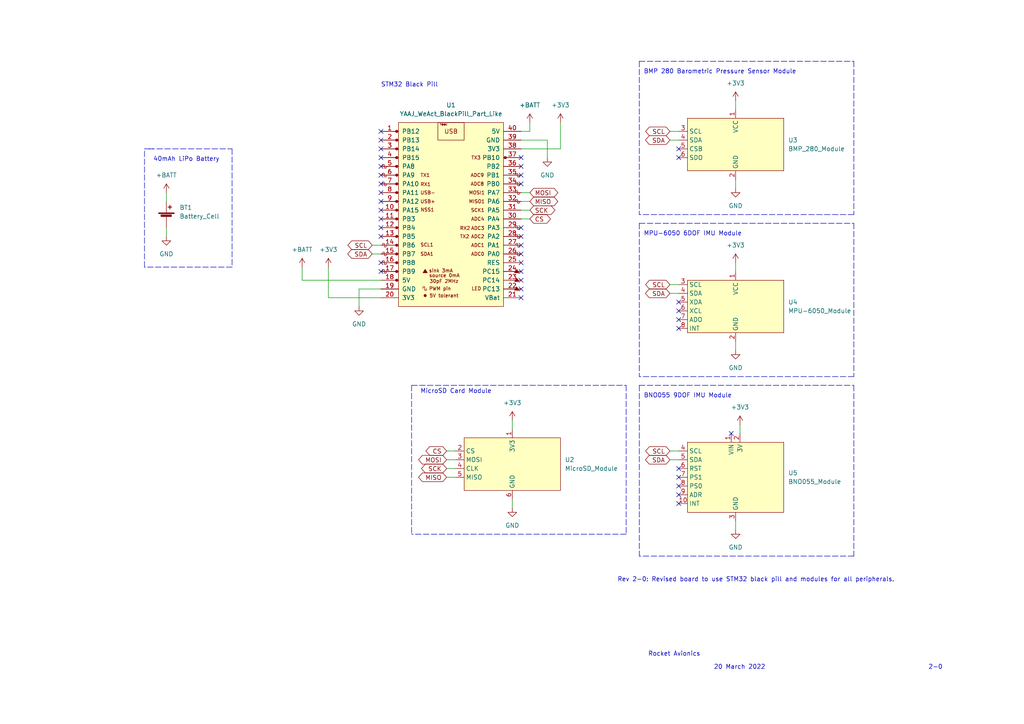
<source format=kicad_sch>
(kicad_sch (version 20211123) (generator eeschema)
  (paper "A4")
  (lib_symbols
    (symbol "Device:Battery_Cell" (pin_numbers hide) (pin_names (offset 0) hide)
      (property "Reference" "BT" (at 2.54 2.54 0))
      (property "Value" "Battery_Cell" (at 2.54 0 0))
      (symbol "Battery_Cell_0_1"
        (rectangle (start -2.286 1.778) (end 2.286 1.524) (fill (type outline)))
        (rectangle (start -1.5748 1.1938) (end 1.4732 0.6858) (fill (type outline)))
        (polyline (pts (xy 0 0.762) (xy 0 0)))
        (polyline (pts (xy 0 1.778) (xy 0 2.54)))
        (polyline (pts (xy 0.508 3.429) (xy 1.524 3.429)) (stroke (width 0.254)))
        (polyline (pts (xy 1.016 3.937) (xy 1.016 2.921)) (stroke (width 0.254)))
      )
      (symbol "Battery_Cell_1_1"
        (pin passive line (at 0 5.08 270) (length 2.54) (name "+") (number "1"))
        (pin passive line (at 0 -2.54 90) (length 2.54) (name "-") (number "2"))
      )
    )
    (symbol "STM32_Black_Pill:YAAJ_WeAct_BlackPill_Part_Like" (pin_names (offset 1.016))
      (property "Reference" "U" (at -12.7 27.94 0))
      (property "Value" "YAAJ_WeAct_BlackPill_Part_Like" (at 0 2.54 90))
      (symbol "YAAJ_WeAct_BlackPill_Part_Like_0_0"
        (circle (center -15.748 -20.32) (radius 0.3556) (fill (type outline)))
        (circle (center -15.748 -17.78) (radius 0.3556) (fill (type outline)))
        (circle (center -15.748 -15.24) (radius 0.3556) (fill (type outline)))
        (circle (center -15.748 -12.7) (radius 0.3556) (fill (type outline)))
        (circle (center -15.748 -10.16) (radius 0.3556) (fill (type outline)))
        (circle (center -15.748 -7.62) (radius 0.3556) (fill (type outline)))
        (circle (center -15.748 -5.08) (radius 0.3556) (fill (type outline)))
        (circle (center -15.748 -2.54) (radius 0.3556) (fill (type outline)))
        (circle (center -15.748 0) (radius 0.3556) (fill (type outline)))
        (circle (center -15.748 2.54) (radius 0.3556) (fill (type outline)))
        (circle (center -15.748 5.08) (radius 0.3556) (fill (type outline)))
        (circle (center -15.748 7.62) (radius 0.3556) (fill (type outline)))
        (circle (center -15.748 10.16) (radius 0.3556) (fill (type outline)))
        (circle (center -15.748 12.7) (radius 0.3556) (fill (type outline)))
        (circle (center -15.748 15.24) (radius 0.3556) (fill (type outline)))
        (circle (center -15.748 17.78) (radius 0.3556) (fill (type outline)))
        (circle (center -15.748 22.86) (radius 0.3556) (fill (type outline)))
        (circle (center -7.493 -24.765) (radius 0.127) (fill (type outline)))
        (circle (center -7.493 -24.765) (radius 0.254))
        (circle (center -7.493 -24.765) (radius 0.3556))
        (polyline (pts (xy -8.128 -18.161) (xy -7.493 -17.145) (xy -6.858 -18.161) (xy -8.128 -18.161) (xy -7.493 -17.272) (xy -6.985 -18.161) (xy -8.001 -18.034) (xy -7.493 -17.399) (xy -7.112 -18.161) (xy -7.874 -17.907) (xy -7.366 -17.526) (xy -7.239 -18.161) (xy -7.747 -17.78) (xy -7.239 -17.653) (xy -7.366 -18.034) (xy -7.62 -17.78) (xy -7.366 -17.907) (xy -7.493 -17.653)))
        (polyline (pts (xy 18.415 -23.241) (xy 19.05 -22.225) (xy 19.685 -23.241) (xy 18.415 -23.241) (xy 19.05 -22.352) (xy 19.558 -23.241) (xy 18.542 -23.114) (xy 19.05 -22.479) (xy 19.431 -23.241) (xy 18.669 -22.987) (xy 19.177 -22.606) (xy 19.304 -23.241) (xy 18.796 -22.86) (xy 19.304 -22.733) (xy 19.177 -23.114) (xy 18.923 -22.86) (xy 19.177 -22.987) (xy 19.05 -22.733)))
        (polyline (pts (xy 18.415 -20.701) (xy 19.05 -19.685) (xy 19.685 -20.701) (xy 18.415 -20.701) (xy 19.05 -19.812) (xy 19.558 -20.701) (xy 18.542 -20.574) (xy 19.05 -19.939) (xy 19.431 -20.701) (xy 18.669 -20.447) (xy 19.177 -20.066) (xy 19.304 -20.701) (xy 18.796 -20.32) (xy 19.304 -20.193) (xy 19.177 -20.574) (xy 18.923 -20.32) (xy 19.177 -20.447) (xy 19.05 -20.193)))
        (polyline (pts (xy 18.415 -18.161) (xy 19.05 -17.145) (xy 19.685 -18.161) (xy 18.415 -18.161) (xy 19.05 -17.272) (xy 19.558 -18.161) (xy 18.542 -18.034) (xy 19.05 -17.399) (xy 19.431 -18.161) (xy 18.669 -17.907) (xy 19.177 -17.526) (xy 19.304 -18.161) (xy 18.796 -17.78) (xy 19.304 -17.653) (xy 19.177 -18.034) (xy 18.923 -17.78) (xy 19.177 -17.907) (xy 19.05 -17.653)))
        (circle (center 15.748 15.24) (radius 0.254) (fill (type outline)))
        (circle (center 15.748 15.24) (radius 0.3556))
        (text "30pF 2MHz" (at -2.032 -20.574 0) (effects (font (size 0.9906 0.9906))))
        (text "5V tolerant" (at -2.032 -24.765 0) (effects (font (size 0.9906 0.9906))))
        (text "ADC0" (at 7.747 -12.7 0) (effects (font (size 0.9906 0.9906))))
        (text "ADC1" (at 7.747 -10.16 0) (effects (font (size 0.9906 0.9906))))
        (text "ADC2" (at 7.747 -7.62 0) (effects (font (size 0.9906 0.9906))))
        (text "ADC3" (at 7.747 -5.207 0) (effects (font (size 0.9906 0.9906))))
        (text "ADC4" (at 7.747 -2.54 0) (effects (font (size 0.9906 0.9906))))
        (text "ADC8" (at 7.62 7.62 0) (effects (font (size 0.9906 0.9906))))
        (text "ADC9" (at 7.62 10.16 0) (effects (font (size 0.9906 0.9906))))
        (text "LED" (at 7.366 -22.733 0) (effects (font (size 0.9906 0.9906))))
        (text "MISO1" (at 7.493 2.54 0) (effects (font (size 0.9906 0.9906))))
        (text "MOSI1" (at 7.493 5.08 0) (effects (font (size 0.9906 0.9906))))
        (text "NSS1" (at -6.858 0.127 0) (effects (font (size 0.9906 0.9906))))
        (text "PWM pin" (at -3.175 -22.733 0) (effects (font (size 0.9906 0.9906))))
        (text "RX1" (at -7.366 7.493 0) (effects (font (size 0.9906 0.9906))))
        (text "RX2" (at 4.064 -5.207 0) (effects (font (size 0.9906 0.9906))))
        (text "SCK1" (at 7.747 0 0) (effects (font (size 0.9906 0.9906))))
        (text "SCL1" (at -6.985 -10.033 0) (effects (font (size 0.9906 0.9906))))
        (text "SDA1" (at -6.985 -12.7 0) (effects (font (size 0.9906 0.9906))))
        (text "sink 3mA" (at -2.921 -17.526 0) (effects (font (size 0.9906 0.9906))))
        (text "source 0mA" (at -1.905 -18.923 0) (effects (font (size 0.9906 0.9906))))
        (text "TX1" (at -7.493 10.16 0) (effects (font (size 0.9906 0.9906))))
        (text "TX2" (at 3.937 -7.62 0) (effects (font (size 0.9906 0.9906))))
        (text "TX3" (at 7.239 15.24 0) (effects (font (size 0.9906 0.9906))))
        (text "USB" (at 0 22.86 0) (effects (font (size 1.27 1.27))))
        (text "USB+" (at -6.731 2.54 0) (effects (font (size 0.9906 0.9906))))
        (text "USB-" (at -6.731 5.08 0) (effects (font (size 0.9906 0.9906))))
        (text "Y@@J" (at -2.159 24.892 0) (effects (font (size 0.508 0.508))))
      )
      (symbol "YAAJ_WeAct_BlackPill_Part_Like_0_1"
        (rectangle (start -15.24 25.4) (end 15.24 -27.94) (fill (type background)))
        (polyline (pts (xy -18.796 -17.78) (xy -18.796 -18.288) (xy -19.304 -18.288) (xy -19.304 -17.272) (xy -19.812 -17.272) (xy -19.812 -17.78)))
        (polyline (pts (xy -18.796 -15.24) (xy -18.796 -15.748) (xy -19.304 -15.748) (xy -19.304 -14.732) (xy -19.812 -14.732) (xy -19.812 -15.24)))
        (polyline (pts (xy -18.796 -12.7) (xy -18.796 -13.208) (xy -19.304 -13.208) (xy -19.304 -12.192) (xy -19.812 -12.192) (xy -19.812 -12.7)))
        (polyline (pts (xy -18.796 -10.16) (xy -18.796 -10.668) (xy -19.304 -10.668) (xy -19.304 -9.652) (xy -19.812 -9.652) (xy -19.812 -10.16)))
        (polyline (pts (xy -18.796 7.62) (xy -18.796 7.112) (xy -19.304 7.112) (xy -19.304 8.128) (xy -19.812 8.128) (xy -19.812 7.62)))
        (polyline (pts (xy -18.796 10.16) (xy -18.796 9.652) (xy -19.304 9.652) (xy -19.304 10.668) (xy -19.812 10.668) (xy -19.812 10.16)))
        (polyline (pts (xy -18.796 12.7) (xy -18.796 12.192) (xy -19.304 12.192) (xy -19.304 13.208) (xy -19.812 13.208) (xy -19.812 12.7)))
        (polyline (pts (xy -7.112 -22.733) (xy -7.112 -23.241) (xy -7.62 -23.241) (xy -7.62 -22.225) (xy -8.128 -22.225) (xy -8.128 -22.733)))
        (polyline (pts (xy 19.812 -12.7) (xy 19.812 -13.208) (xy 19.304 -13.208) (xy 19.304 -12.192) (xy 18.796 -12.192) (xy 18.796 -12.7)))
        (polyline (pts (xy 19.812 -10.16) (xy 19.812 -10.668) (xy 19.304 -10.668) (xy 19.304 -9.652) (xy 18.796 -9.652) (xy 18.796 -10.16)))
        (polyline (pts (xy 19.812 -7.62) (xy 19.812 -8.128) (xy 19.304 -8.128) (xy 19.304 -7.112) (xy 18.796 -7.112) (xy 18.796 -7.62)))
        (polyline (pts (xy 19.812 -5.08) (xy 19.812 -5.588) (xy 19.304 -5.588) (xy 19.304 -4.572) (xy 18.796 -4.572) (xy 18.796 -5.08)))
        (polyline (pts (xy 19.812 2.54) (xy 19.812 2.032) (xy 19.304 2.032) (xy 19.304 3.048) (xy 18.796 3.048) (xy 18.796 2.54)))
        (polyline (pts (xy 19.812 5.08) (xy 19.812 4.572) (xy 19.304 4.572) (xy 19.304 5.588) (xy 18.796 5.588) (xy 18.796 5.08)))
        (polyline (pts (xy 19.812 7.62) (xy 19.812 7.112) (xy 19.304 7.112) (xy 19.304 8.128) (xy 18.796 8.128) (xy 18.796 7.62)))
        (polyline (pts (xy 19.812 10.16) (xy 19.812 9.652) (xy 19.304 9.652) (xy 19.304 10.668) (xy 18.796 10.668) (xy 18.796 10.16)))
        (rectangle (start 3.81 25.4) (end -3.81 20.32))
      )
      (symbol "YAAJ_WeAct_BlackPill_Part_Like_1_1"
        (circle (center -15.748 20.32) (radius 0.3556) (fill (type outline)))
        (pin bidirectional line (at -20.32 22.86 0) (length 5.08) (name "PB12") (number "1"))
        (pin bidirectional line (at -20.32 0 0) (length 5.08) (name "PA15") (number "10"))
        (pin bidirectional line (at -20.32 -2.54 0) (length 5.08) (name "PB3") (number "11"))
        (pin bidirectional line (at -20.32 -5.08 0) (length 5.08) (name "PB4") (number "12"))
        (pin bidirectional line (at -20.32 -7.62 0) (length 5.08) (name "PB5") (number "13"))
        (pin bidirectional line (at -20.32 -10.16 0) (length 5.08) (name "PB6") (number "14"))
        (pin bidirectional line (at -20.32 -12.7 0) (length 5.08) (name "PB7") (number "15"))
        (pin bidirectional line (at -20.32 -15.24 0) (length 5.08) (name "PB8") (number "16"))
        (pin bidirectional line (at -20.32 -17.78 0) (length 5.08) (name "PB9") (number "17"))
        (pin power_in line (at -20.32 -20.32 0) (length 5.08) (name "5V") (number "18"))
        (pin power_in line (at -20.32 -22.86 0) (length 5.08) (name "GND") (number "19"))
        (pin bidirectional line (at -20.32 20.32 0) (length 5.08) (name "PB13") (number "2"))
        (pin power_in line (at -20.32 -25.4 0) (length 5.08) (name "3V3") (number "20"))
        (pin power_in line (at 20.32 -25.4 180) (length 5.08) (name "VBat") (number "21"))
        (pin bidirectional line (at 20.32 -22.86 180) (length 5.08) (name "PC13") (number "22"))
        (pin bidirectional line (at 20.32 -20.32 180) (length 5.08) (name "PC14") (number "23"))
        (pin bidirectional line (at 20.32 -17.78 180) (length 5.08) (name "PC15") (number "24"))
        (pin input line (at 20.32 -15.24 180) (length 5.08) (name "RES") (number "25"))
        (pin bidirectional line (at 20.32 -12.7 180) (length 5.08) (name "PA0") (number "26"))
        (pin bidirectional line (at 20.32 -10.16 180) (length 5.08) (name "PA1") (number "27"))
        (pin bidirectional line (at 20.32 -7.62 180) (length 5.08) (name "PA2") (number "28"))
        (pin bidirectional line (at 20.32 -5.08 180) (length 5.08) (name "PA3") (number "29"))
        (pin bidirectional line (at -20.32 17.78 0) (length 5.08) (name "PB14") (number "3"))
        (pin bidirectional line (at 20.32 -2.54 180) (length 5.08) (name "PA4") (number "30"))
        (pin bidirectional line (at 20.32 0 180) (length 5.08) (name "PA5") (number "31"))
        (pin bidirectional line (at 20.32 2.54 180) (length 5.08) (name "PA6") (number "32"))
        (pin bidirectional line (at 20.32 5.08 180) (length 5.08) (name "PA7") (number "33"))
        (pin bidirectional line (at 20.32 7.62 180) (length 5.08) (name "PB0") (number "34"))
        (pin bidirectional line (at 20.32 10.16 180) (length 5.08) (name "PB1") (number "35"))
        (pin bidirectional line (at 20.32 12.7 180) (length 5.08) (name "PB2") (number "36"))
        (pin bidirectional line (at 20.32 15.24 180) (length 5.08) (name "PB10") (number "37"))
        (pin power_in line (at 20.32 17.78 180) (length 5.08) (name "3V3") (number "38"))
        (pin power_in line (at 20.32 20.32 180) (length 5.08) (name "GND") (number "39"))
        (pin bidirectional line (at -20.32 15.24 0) (length 5.08) (name "PB15") (number "4"))
        (pin power_in line (at 20.32 22.86 180) (length 5.08) (name "5V") (number "40"))
        (pin bidirectional line (at -20.32 12.7 0) (length 5.08) (name "PA8") (number "5"))
        (pin bidirectional line (at -20.32 10.16 0) (length 5.08) (name "PA9") (number "6"))
        (pin bidirectional line (at -20.32 7.62 0) (length 5.08) (name "PA10") (number "7"))
        (pin bidirectional line (at -20.32 5.08 0) (length 5.08) (name "PA11") (number "8"))
        (pin bidirectional line (at -20.32 2.54 0) (length 5.08) (name "PA12") (number "9"))
      )
    )
    (symbol "power:+3.3V" (power) (pin_names (offset 0))
      (property "Value" "+3.3V" (at 0 3.556 0))
      (symbol "+3.3V_0_1"
        (polyline (pts (xy -0.762 1.27) (xy 0 2.54)))
        (polyline (pts (xy 0 0) (xy 0 2.54)))
        (polyline (pts (xy 0 2.54) (xy 0.762 1.27)))
      )
      (symbol "+3.3V_1_1"
        (pin power_in line (at 0 0 90) (length 0) hide (name "+3V3") (number "1"))
      )
    )
    (symbol "power:+BATT" (power) (pin_names (offset 0))
      (property "Value" "+BATT" (at 0 3.556 0))
      (symbol "+BATT_0_1"
        (polyline (pts (xy -0.762 1.27) (xy 0 2.54)))
        (polyline (pts (xy 0 0) (xy 0 2.54)))
        (polyline (pts (xy 0 2.54) (xy 0.762 1.27)))
      )
      (symbol "+BATT_1_1"
        (pin power_in line (at 0 0 90) (length 0) hide (name "+BATT") (number "1"))
      )
    )
    (symbol "power:GND" (power) (pin_names (offset 0))
      (property "Value" "GND" (at 0 -3.81 0))
      (symbol "GND_0_1"
        (polyline (pts (xy 0 0) (xy 0 -1.27) (xy 1.27 -1.27) (xy 0 -2.54) (xy -1.27 -1.27) (xy 0 -1.27)))
      )
      (symbol "GND_1_1"
        (pin power_in line (at 0 0 270) (length 0) hide (name "GND") (number "1"))
      )
    )
    (symbol "rocket-avionics-library:BMP_280_Module"
      (property "Reference" "U" (at 0 1.27 0))
      (property "Value" "BMP_280_Module" (at 0 -1.27 0))
      (symbol "BMP_280_Module_0_1"
        (rectangle (start -13.97 7.62) (end 13.97 -7.62) (fill (type background)))
      )
      (symbol "BMP_280_Module_1_1"
        (pin power_in line (at 0 10.16 270) (length 2.54) (name "VCC") (number "1"))
        (pin power_in line (at 0 -10.16 90) (length 2.54) (name "GND") (number "2"))
        (pin bidirectional line (at -16.51 3.81 0) (length 2.54) (name "SCL") (number "3"))
        (pin bidirectional line (at -16.51 1.27 0) (length 2.54) (name "SDA") (number "4"))
        (pin bidirectional line (at -16.51 -1.27 0) (length 2.54) (name "CSB") (number "5"))
        (pin bidirectional line (at -16.51 -3.81 0) (length 2.54) (name "SDO") (number "6"))
      )
    )
    (symbol "rocket-avionics-library:BNO055_Module"
      (property "Reference" "U" (at 0 1.27 0))
      (property "Value" "BNO055_Module" (at 0 -1.27 0))
      (symbol "BNO055_Module_0_1"
        (rectangle (start -13.97 10.16) (end 13.97 -10.16) (fill (type background)))
      )
      (symbol "BNO055_Module_1_1"
        (pin power_in line (at -1.27 12.7 270) (length 2.54) (name "VIN") (number "1"))
        (pin bidirectional line (at -16.51 -7.62 0) (length 2.54) (name "INT") (number "10"))
        (pin power_in line (at 1.27 12.7 270) (length 2.54) (name "3V") (number "2"))
        (pin power_in line (at 0 -12.7 90) (length 2.54) (name "GND") (number "3"))
        (pin bidirectional line (at -16.51 7.62 0) (length 2.54) (name "SCL") (number "4"))
        (pin bidirectional line (at -16.51 5.08 0) (length 2.54) (name "SDA") (number "5"))
        (pin bidirectional line (at -16.51 2.54 0) (length 2.54) (name "RST") (number "6"))
        (pin bidirectional line (at -16.51 0 0) (length 2.54) (name "PS1") (number "7"))
        (pin bidirectional line (at -16.51 -2.54 0) (length 2.54) (name "PS0") (number "8"))
        (pin bidirectional line (at -16.51 -5.08 0) (length 2.54) (name "ADR") (number "9"))
      )
    )
    (symbol "rocket-avionics-library:MPU-6050_Module"
      (property "Reference" "U" (at 0 1.27 0))
      (property "Value" "MPU-6050_Module" (at 0 -1.27 0))
      (symbol "MPU-6050_Module_0_1"
        (rectangle (start -13.97 7.62) (end 13.97 -7.62) (fill (type background)))
      )
      (symbol "MPU-6050_Module_1_1"
        (pin power_in line (at 0 10.16 270) (length 2.54) (name "VCC") (number "1"))
        (pin power_in line (at 0 -10.16 90) (length 2.54) (name "GND") (number "2"))
        (pin bidirectional line (at -16.51 6.35 0) (length 2.54) (name "SCL") (number "3"))
        (pin bidirectional line (at -16.51 3.81 0) (length 2.54) (name "SDA") (number "4"))
        (pin bidirectional line (at -16.51 1.27 0) (length 2.54) (name "XDA") (number "5"))
        (pin bidirectional line (at -16.51 -1.27 0) (length 2.54) (name "XCL") (number "6"))
        (pin bidirectional line (at -16.51 -3.81 0) (length 2.54) (name "ADO") (number "7"))
        (pin bidirectional line (at -16.51 -6.35 0) (length 2.54) (name "INT") (number "8"))
      )
    )
    (symbol "rocket-avionics-library:MicroSD_Module"
      (property "Reference" "U" (at 0 1.27 0))
      (property "Value" "MicroSD_Module" (at 0 -1.27 0))
      (symbol "MicroSD_Module_0_1"
        (rectangle (start -13.97 7.62) (end 13.97 -7.62) (fill (type background)))
      )
      (symbol "MicroSD_Module_1_1"
        (pin power_in line (at 0 10.16 270) (length 2.54) (name "3V3") (number "1"))
        (pin bidirectional line (at -16.51 3.81 0) (length 2.54) (name "CS") (number "2"))
        (pin bidirectional line (at -16.51 1.27 0) (length 2.54) (name "MOSI") (number "3"))
        (pin bidirectional line (at -16.51 -1.27 0) (length 2.54) (name "CLK") (number "4"))
        (pin bidirectional line (at -16.51 -3.81 0) (length 2.54) (name "MISO") (number "5"))
        (pin power_in line (at 0 -10.16 90) (length 2.54) (name "GND") (number "6"))
      )
    )
  )
  (no_connect (at 196.85 43.18))
  (no_connect (at 196.85 45.72))
  (no_connect (at 196.85 95.25))
  (no_connect (at 196.85 87.63))
  (no_connect (at 196.85 92.71))
  (no_connect (at 196.85 90.17))
  (no_connect (at 196.85 143.51))
  (no_connect (at 196.85 146.05))
  (no_connect (at 196.85 135.89))
  (no_connect (at 196.85 138.43))
  (no_connect (at 196.85 140.97))
  (no_connect (at 212.09 125.73))
  (no_connect (at 151.13 48.26))
  (no_connect (at 151.13 45.72))
  (no_connect (at 151.13 68.58))
  (no_connect (at 151.13 66.04))
  (no_connect (at 110.49 38.1))
  (no_connect (at 110.49 40.64))
  (no_connect (at 110.49 43.18))
  (no_connect (at 110.49 45.72))
  (no_connect (at 110.49 48.26))
  (no_connect (at 110.49 50.8))
  (no_connect (at 110.49 53.34))
  (no_connect (at 151.13 86.36))
  (no_connect (at 151.13 83.82))
  (no_connect (at 151.13 81.28))
  (no_connect (at 151.13 78.74))
  (no_connect (at 151.13 76.2))
  (no_connect (at 151.13 73.66))
  (no_connect (at 151.13 71.12))
  (no_connect (at 151.13 53.34))
  (no_connect (at 151.13 50.8))
  (no_connect (at 110.49 55.88))
  (no_connect (at 110.49 58.42))
  (no_connect (at 110.49 60.96))
  (no_connect (at 110.49 63.5))
  (no_connect (at 110.49 66.04))
  (no_connect (at 110.49 68.58))
  (no_connect (at 110.49 76.2))
  (no_connect (at 110.49 78.74))
  (polyline (pts (xy 185.42 64.77) (xy 185.42 109.22)))
  (wire (pts (xy 151.13 55.88) (xy 153.67 55.88)))
  (polyline (pts (xy 185.42 111.76) (xy 247.65 111.76)))
  (wire (pts (xy 194.31 85.09) (xy 196.85 85.09)))
  (polyline (pts (xy 41.91 43.18) (xy 44.45 43.18)))
  (wire (pts (xy 132.08 138.43) (xy 129.54 138.43)))
  (polyline (pts (xy 247.65 64.77) (xy 247.65 109.22)))
  (wire (pts (xy 148.59 144.78) (xy 148.59 147.32)))
  (wire (pts (xy 162.56 43.18) (xy 151.13 43.18)))
  (wire (pts (xy 153.67 38.1) (xy 151.13 38.1)))
  (wire (pts (xy 213.36 29.21) (xy 213.36 31.75)))
  (wire (pts (xy 151.13 40.64) (xy 158.75 40.64)))
  (polyline (pts (xy 247.65 62.23) (xy 185.42 62.23)))
  (wire (pts (xy 87.63 77.47) (xy 87.63 81.28)))
  (wire (pts (xy 107.95 73.66) (xy 110.49 73.66)))
  (wire (pts (xy 107.95 71.12) (xy 110.49 71.12)))
  (wire (pts (xy 153.67 35.56) (xy 153.67 38.1)))
  (polyline (pts (xy 119.38 111.76) (xy 181.61 111.76)))
  (wire (pts (xy 194.31 130.81) (xy 196.85 130.81)))
  (polyline (pts (xy 67.31 77.47) (xy 41.91 77.47)))
  (polyline (pts (xy 185.42 17.78) (xy 247.65 17.78)))
  (wire (pts (xy 104.14 83.82) (xy 104.14 88.9)))
  (polyline (pts (xy 247.65 17.78) (xy 247.65 62.23)))
  (wire (pts (xy 48.26 55.88) (xy 48.26 58.42)))
  (wire (pts (xy 162.56 35.56) (xy 162.56 43.18)))
  (wire (pts (xy 95.25 86.36) (xy 110.49 86.36)))
  (wire (pts (xy 48.26 66.04) (xy 48.26 68.58)))
  (polyline (pts (xy 43.18 43.18) (xy 67.31 43.18)))
  (wire (pts (xy 129.54 130.81) (xy 132.08 130.81)))
  (wire (pts (xy 213.36 52.07) (xy 213.36 54.61)))
  (wire (pts (xy 148.59 121.92) (xy 148.59 124.46)))
  (wire (pts (xy 213.36 76.2) (xy 213.36 78.74)))
  (wire (pts (xy 151.13 58.42) (xy 153.67 58.42)))
  (wire (pts (xy 132.08 133.35) (xy 129.54 133.35)))
  (polyline (pts (xy 247.65 109.22) (xy 185.42 109.22)))
  (polyline (pts (xy 119.38 111.76) (xy 119.38 154.94)))
  (polyline (pts (xy 185.42 64.77) (xy 247.65 64.77)))
  (wire (pts (xy 194.31 40.64) (xy 196.85 40.64)))
  (wire (pts (xy 158.75 40.64) (xy 158.75 45.72)))
  (polyline (pts (xy 247.65 111.76) (xy 247.65 161.29)))
  (wire (pts (xy 95.25 77.47) (xy 95.25 86.36)))
  (wire (pts (xy 213.36 99.06) (xy 213.36 101.6)))
  (wire (pts (xy 132.08 135.89) (xy 129.54 135.89)))
  (wire (pts (xy 151.13 63.5) (xy 153.67 63.5)))
  (polyline (pts (xy 67.31 43.18) (xy 67.31 77.47)))
  (wire (pts (xy 151.13 60.96) (xy 153.67 60.96)))
  (polyline (pts (xy 185.42 17.78) (xy 185.42 62.23)))
  (polyline (pts (xy 185.42 111.76) (xy 185.42 161.29)))
  (wire (pts (xy 87.63 81.28) (xy 110.49 81.28)))
  (wire (pts (xy 213.36 151.13) (xy 213.36 153.67)))
  (polyline (pts (xy 181.61 111.76) (xy 181.61 154.94)))
  (wire (pts (xy 214.63 123.19) (xy 214.63 125.73)))
  (wire (pts (xy 110.49 83.82) (xy 104.14 83.82)))
  (polyline (pts (xy 181.61 154.94) (xy 119.38 154.94)))
  (polyline (pts (xy 247.65 161.29) (xy 185.42 161.29)))
  (polyline (pts (xy 41.91 77.47) (xy 41.91 43.18)))
  (wire (pts (xy 194.31 82.55) (xy 196.85 82.55)))
  (wire (pts (xy 194.31 38.1) (xy 196.85 38.1)))
  (wire (pts (xy 194.31 133.35) (xy 196.85 133.35)))
  (text "Rocket Avionics" (at 187.96 190.5 0) (effects (font (size 1.27 1.27)) (justify left bottom)))
  (text "Rev 2-0: Revised board to use STM32 black pill and modules for all peripherals." (at 179.07 168.91 0) (effects (font (size 1.27 1.27)) (justify left bottom)))
  (text "STM32 Black Pill" (at 110.49 25.4 0) (effects (font (size 1.27 1.27)) (justify left bottom)))
  (text "BNO055 9DOF IMU Module" (at 186.69 115.57 0) (effects (font (size 1.27 1.27)) (justify left bottom)))
  (text "MPU-6050 6DOF IMU Module" (at 186.69 68.58 0) (effects (font (size 1.27 1.27)) (justify left bottom)))
  (text "20 March 2022" (at 207.01 194.31 0) (effects (font (size 1.27 1.27)) (justify left bottom)))
  (text "2-0" (at 269.24 194.31 0) (effects (font (size 1.27 1.27)) (justify left bottom)))
  (text "BMP 280 Barometric Pressure Sensor Module" (at 186.69 21.59 0) (effects (font (size 1.27 1.27)) (justify left bottom)))
  (text "40mAh LiPo Battery" (at 44.45 46.99 0) (effects (font (size 1.27 1.27)) (justify left bottom)))
  (text "MicroSD Card Module" (at 121.92 114.3 0) (effects (font (size 1.27 1.27)) (justify left bottom)))
  (global_label "MOSI" (shape bidirectional) (at 129.54 133.35 180) (property "Intersheet References" "${INTERSHEET_REFS}" (effects hide)))
  (global_label "MISO" (shape bidirectional) (at 129.54 138.43 180) (property "Intersheet References" "${INTERSHEET_REFS}" (effects hide)))
  (global_label "SCL" (shape bidirectional) (at 194.31 82.55 180) (property "Intersheet References" "${INTERSHEET_REFS}" (effects hide)))
  (global_label "SDA" (shape bidirectional) (at 107.95 73.66 180) (property "Intersheet References" "${INTERSHEET_REFS}" (effects hide)))
  (global_label "SDA" (shape bidirectional) (at 194.31 40.64 180) (property "Intersheet References" "${INTERSHEET_REFS}" (effects hide)))
  (global_label "SDA" (shape bidirectional) (at 194.31 133.35 180) (property "Intersheet References" "${INTERSHEET_REFS}" (effects hide)))
  (global_label "CS" (shape bidirectional) (at 153.67 63.5 0) (property "Intersheet References" "${INTERSHEET_REFS}" (effects hide)))
  (global_label "SCK" (shape bidirectional) (at 129.54 135.89 180) (property "Intersheet References" "${INTERSHEET_REFS}" (effects hide)))
  (global_label "SCK" (shape bidirectional) (at 153.67 60.96 0) (property "Intersheet References" "${INTERSHEET_REFS}" (effects hide)))
  (global_label "SCL" (shape bidirectional) (at 107.95 71.12 180) (property "Intersheet References" "${INTERSHEET_REFS}" (effects hide)))
  (global_label "SDA" (shape bidirectional) (at 194.31 85.09 180) (property "Intersheet References" "${INTERSHEET_REFS}" (effects hide)))
  (global_label "SCL" (shape bidirectional) (at 194.31 130.81 180) (property "Intersheet References" "${INTERSHEET_REFS}" (effects hide)))
  (global_label "CS" (shape bidirectional) (at 129.54 130.81 180) (property "Intersheet References" "${INTERSHEET_REFS}" (effects hide)))
  (global_label "MISO" (shape bidirectional) (at 153.67 58.42 0) (property "Intersheet References" "${INTERSHEET_REFS}" (effects hide)))
  (global_label "SCL" (shape bidirectional) (at 194.31 38.1 180) (property "Intersheet References" "${INTERSHEET_REFS}" (effects hide)))
  (global_label "MOSI" (shape bidirectional) (at 153.67 55.88 0) (property "Intersheet References" "${INTERSHEET_REFS}" (effects hide)))
  (symbol (lib_id "power:GND") (at 158.75 45.72 0) (unit 1)
    (property "Reference" "#PWR09" (effects hide))
    (property "Value" "GND" (at 158.75 50.8 0))
  )
  (symbol (lib_id "STM32_Black_Pill:YAAJ_WeAct_BlackPill_Part_Like") (at 130.81 60.96 0) (unit 1)
    (property "Reference" "U1" (at 130.81 30.48 0))
    (property "Value" "YAAJ_WeAct_BlackPill_Part_Like" (at 130.81 33.02 0))
    (property "Footprint" "Kicad-STM32:YAAJ_WeAct_BlackPill2" (effects hide))
  )
  (symbol (lib_id "Device:Battery_Cell") (at 48.26 63.5 0) (unit 1)
    (property "Reference" "BT1" (at 52.07 60.1979 0) (effects (justify left)))
    (property "Value" "Battery_Cell" (at 52.07 62.7379 0) (effects (justify left)))
  )
  (symbol (lib_id "power:+BATT") (at 87.63 77.47 0) (unit 1)
    (property "Reference" "#PWR03" (effects hide))
    (property "Value" "+BATT" (at 87.63 72.39 0))
  )
  (symbol (lib_id "power:+3.3V") (at 213.36 29.21 0) (unit 1)
    (property "Reference" "#PWR011" (effects hide))
    (property "Value" "+3.3V" (at 213.36 24.13 0))
  )
  (symbol (lib_id "power:GND") (at 213.36 54.61 0) (unit 1)
    (property "Reference" "#PWR012" (effects hide))
    (property "Value" "GND" (at 213.36 59.69 0))
  )
  (symbol (lib_id "power:+3.3V") (at 95.25 77.47 0) (unit 1)
    (property "Reference" "#PWR04" (effects hide))
    (property "Value" "+3.3V" (at 95.25 72.39 0))
  )
  (symbol (lib_id "power:GND") (at 213.36 153.67 0) (unit 1)
    (property "Reference" "#PWR015" (effects hide))
    (property "Value" "GND" (at 213.36 158.75 0))
  )
  (symbol (lib_id "power:+BATT") (at 153.67 35.56 0) (unit 1)
    (property "Reference" "#PWR08" (effects hide))
    (property "Value" "+BATT" (at 153.67 30.48 0))
  )
  (symbol (lib_id "power:+3.3V") (at 148.59 121.92 0) (unit 1)
    (property "Reference" "#PWR06" (effects hide))
    (property "Value" "+3.3V" (at 148.59 116.84 0))
  )
  (symbol (lib_id "power:GND") (at 213.36 101.6 0) (unit 1)
    (property "Reference" "#PWR014" (effects hide))
    (property "Value" "GND" (at 213.36 106.68 0))
  )
  (symbol (lib_id "rocket-avionics-library:MicroSD_Module") (at 148.59 134.62 0) (unit 1)
    (property "Reference" "U2" (at 163.83 133.3499 0) (effects (justify left)))
    (property "Value" "MicroSD_Module" (at 163.83 135.8899 0) (effects (justify left)))
  )
  (symbol (lib_id "power:GND") (at 48.26 68.58 0) (unit 1)
    (property "Reference" "#PWR02" (effects hide))
    (property "Value" "GND" (at 48.26 73.66 0))
  )
  (symbol (lib_id "power:+3.3V") (at 214.63 123.19 0) (unit 1)
    (property "Reference" "#PWR016" (effects hide))
    (property "Value" "+3.3V" (at 214.63 118.11 0))
  )
  (symbol (lib_id "power:GND") (at 148.59 147.32 0) (unit 1)
    (property "Reference" "#PWR07" (effects hide))
    (property "Value" "GND" (at 148.59 152.4 0))
  )
  (symbol (lib_id "rocket-avionics-library:BMP_280_Module") (at 213.36 41.91 0) (unit 1)
    (property "Reference" "U3" (at 228.6 40.6399 0) (effects (justify left)))
    (property "Value" "BMP_280_Module" (at 228.6 43.1799 0) (effects (justify left)))
  )
  (symbol (lib_id "rocket-avionics-library:BNO055_Module") (at 213.36 138.43 0) (unit 1)
    (property "Reference" "U5" (at 228.6 137.1599 0) (effects (justify left)))
    (property "Value" "BNO055_Module" (at 228.6 139.6999 0) (effects (justify left)))
  )
  (symbol (lib_id "power:+3.3V") (at 213.36 76.2 0) (unit 1)
    (property "Reference" "#PWR013" (effects hide))
    (property "Value" "+3.3V" (at 213.36 71.12 0))
  )
  (symbol (lib_id "rocket-avionics-library:MPU-6050_Module") (at 213.36 88.9 0) (unit 1)
    (property "Reference" "U4" (at 228.6 87.6299 0) (effects (justify left)))
    (property "Value" "MPU-6050_Module" (at 228.6 90.1699 0) (effects (justify left)))
  )
  (symbol (lib_id "power:+BATT") (at 48.26 55.88 0) (unit 1)
    (property "Reference" "#PWR01" (effects hide))
    (property "Value" "+BATT" (at 48.26 50.8 0))
  )
  (symbol (lib_id "power:+3.3V") (at 162.56 35.56 0) (unit 1)
    (property "Reference" "#PWR010" (effects hide))
    (property "Value" "+3.3V" (at 162.56 30.48 0))
  )
  (symbol (lib_id "power:GND") (at 104.14 88.9 0) (unit 1)
    (property "Reference" "#PWR05" (effects hide))
    (property "Value" "GND" (at 104.14 93.98 0))
  )
)
</source>
